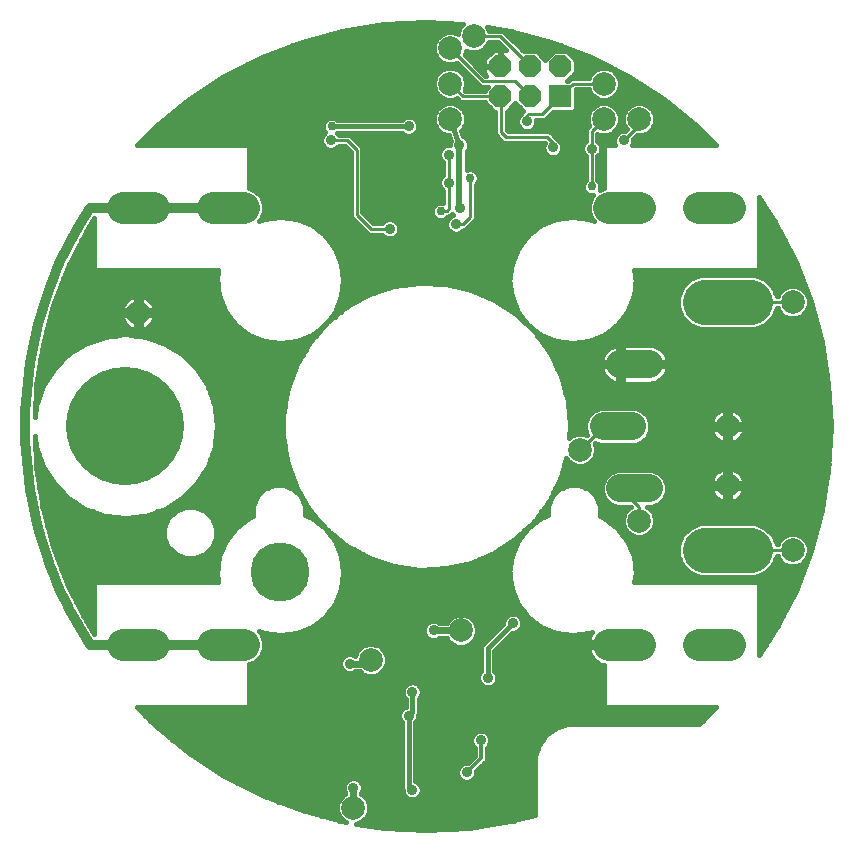
<source format=gbl>
G75*
%MOIN*%
%OFA0B0*%
%FSLAX24Y24*%
%IPPOS*%
%LPD*%
%AMOC8*
5,1,8,0,0,1.08239X$1,22.5*
%
%ADD10C,0.3937*%
%ADD11C,0.0945*%
%ADD12C,0.1502*%
%ADD13R,0.0740X0.0740*%
%ADD14OC8,0.0740*%
%ADD15C,0.1050*%
%ADD16C,0.0787*%
%ADD17C,0.1969*%
%ADD18C,0.0297*%
%ADD19C,0.0354*%
%ADD20C,0.0160*%
%ADD21C,0.0100*%
%ADD22C,0.0200*%
%ADD23C,0.0218*%
%ADD24C,0.0240*%
%ADD25C,0.0197*%
%ADD26C,0.0320*%
%ADD27C,0.0120*%
D10*
X003920Y013960D03*
D11*
X019865Y013960D02*
X020810Y013960D01*
X020420Y016026D02*
X021365Y016026D01*
X021365Y011893D02*
X020420Y011893D01*
D12*
X023248Y009826D02*
X024750Y009826D01*
X024750Y018093D02*
X023248Y018093D01*
D13*
X018424Y024956D03*
D14*
X018424Y025956D03*
X017424Y025956D03*
X016424Y025956D03*
X016424Y024956D03*
X017424Y024956D03*
D15*
X020035Y021243D02*
X021085Y021243D01*
X023035Y021243D02*
X024085Y021243D01*
X024085Y006676D02*
X023035Y006676D01*
X021085Y006676D02*
X020035Y006676D01*
X007885Y006676D02*
X006835Y006676D01*
X004885Y006676D02*
X003835Y006676D01*
X003835Y021243D02*
X004885Y021243D01*
X006835Y021243D02*
X007885Y021243D01*
D16*
X004353Y017739D03*
X014747Y024196D03*
X014747Y025377D03*
X014747Y026558D03*
X015534Y026952D03*
X019865Y025377D03*
X019865Y024196D03*
X021046Y024196D03*
X026164Y018093D03*
X023999Y013960D03*
X023999Y011991D03*
X026164Y009826D03*
X021046Y010810D03*
X019078Y013172D03*
X015101Y007149D03*
X012109Y006164D03*
X011519Y001243D03*
D17*
X009090Y009090D03*
D18*
X014432Y021125D03*
X015416Y022227D03*
X013814Y025239D03*
X014117Y027089D03*
X010802Y023956D03*
X018802Y023349D03*
X019471Y021952D03*
X021715Y024767D03*
D19*
X020534Y023487D03*
X019944Y023467D03*
X019471Y023211D03*
X018172Y023251D03*
X017306Y024117D03*
X016794Y024019D03*
X016794Y023113D03*
X015534Y023586D03*
X015062Y023330D03*
X014708Y023015D03*
X014708Y022070D03*
X015064Y021241D03*
X014944Y020692D03*
X014550Y020515D03*
X015141Y020121D03*
X013920Y019097D03*
X012739Y020534D03*
X012089Y019629D03*
X011381Y019235D03*
X011263Y020023D03*
X011479Y018389D03*
X009393Y015987D03*
X007956Y015889D03*
X007168Y015259D03*
X005475Y016952D03*
X006420Y018881D03*
X003487Y017956D03*
X002582Y019885D03*
X001400Y016420D03*
X001400Y011538D03*
X002503Y008428D03*
X006794Y012070D03*
X009215Y012227D03*
X011420Y009471D03*
X014196Y007149D03*
X012897Y005849D03*
X013487Y005101D03*
X013369Y004314D03*
X014393Y005377D03*
X016007Y005574D03*
X017050Y006794D03*
X016834Y007385D03*
X016007Y007345D03*
X015908Y009274D03*
X019078Y012286D03*
X020593Y013015D03*
X021774Y012660D03*
X021656Y014944D03*
X020790Y017149D03*
X021617Y018802D03*
X018428Y016243D03*
X018960Y014058D03*
X021086Y010023D03*
X022227Y009078D03*
X025278Y007306D03*
X025436Y008743D03*
X026853Y011282D03*
X027011Y015731D03*
X026105Y018960D03*
X019471Y026026D03*
X017109Y026853D03*
X015613Y026263D03*
X015416Y025318D03*
X015534Y024452D03*
X013369Y023960D03*
X013259Y023526D03*
X012774Y024436D03*
X012975Y025463D03*
X010991Y025719D03*
X010578Y026751D03*
X008834Y024747D03*
X007989Y024111D03*
X008924Y023015D03*
X009353Y022582D03*
X010771Y023487D03*
X010731Y024515D03*
X007897Y025672D03*
X006755Y024963D03*
X005731Y024255D03*
X013054Y021617D03*
X016361Y018428D03*
X016637Y019924D03*
X010554Y006400D03*
X011400Y006046D03*
X008763Y005652D03*
X005731Y003625D03*
X007778Y002306D03*
X011519Y001912D03*
X012188Y000849D03*
X013487Y001834D03*
X013723Y000810D03*
X015318Y000889D03*
X015298Y002424D03*
X015771Y003483D03*
X016066Y003881D03*
X017798Y005219D03*
X019570Y004235D03*
X021538Y004235D03*
X017247Y001243D03*
D20*
X013086Y004460D02*
X004437Y004460D01*
X004300Y004596D02*
X007993Y004596D01*
X008040Y004643D01*
X008040Y006020D01*
X008261Y006112D01*
X008448Y006299D01*
X008550Y006544D01*
X008550Y006808D01*
X008448Y007053D01*
X008374Y007127D01*
X008545Y007056D01*
X009090Y006985D01*
X009634Y007056D01*
X009634Y007056D01*
X010142Y007267D01*
X010578Y007601D01*
X010578Y007601D01*
X010578Y007601D01*
X010913Y008037D01*
X011123Y008545D01*
X011195Y009090D01*
X011123Y009634D01*
X011123Y009634D01*
X010913Y010142D01*
X010578Y010578D01*
X010578Y010578D01*
X010142Y010913D01*
X009899Y011013D01*
X009899Y011301D01*
X009769Y011617D01*
X009527Y011859D01*
X009211Y011989D01*
X008868Y011989D01*
X008552Y011859D01*
X008311Y011617D01*
X008180Y011301D01*
X008180Y010972D01*
X008037Y010913D01*
X008037Y010913D01*
X007601Y010578D01*
X007267Y010142D01*
X007267Y010142D01*
X007056Y009634D01*
X006985Y009090D01*
X007028Y008756D01*
X002926Y008756D01*
X002880Y008709D01*
X002880Y007021D01*
X002633Y007423D01*
X002012Y008642D01*
X001521Y009920D01*
X001167Y011241D01*
X000953Y012593D01*
X000898Y013641D01*
X000939Y013279D01*
X001165Y012633D01*
X001165Y012633D01*
X001530Y012053D01*
X002014Y011569D01*
X002593Y011205D01*
X002593Y011205D01*
X003240Y010978D01*
X003920Y010902D01*
X004601Y010978D01*
X005247Y011205D01*
X005827Y011569D01*
X006311Y012053D01*
X006675Y012633D01*
X006901Y013279D01*
X006901Y013279D01*
X006978Y013960D01*
X006901Y014640D01*
X006675Y015286D01*
X006675Y015286D01*
X006311Y015866D01*
X005827Y016350D01*
X005827Y016350D01*
X005247Y016714D01*
X005247Y016714D01*
X004601Y016941D01*
X004601Y016941D01*
X003920Y017017D01*
X003240Y016941D01*
X003240Y016941D01*
X002593Y016714D01*
X002014Y016350D01*
X002014Y016350D01*
X001530Y015866D01*
X001165Y015286D01*
X000939Y014640D01*
X000939Y014640D01*
X000898Y014278D01*
X000953Y015326D01*
X001167Y016678D01*
X001521Y017999D01*
X002012Y019277D01*
X002633Y020496D01*
X002880Y020898D01*
X002880Y019210D01*
X002926Y019163D01*
X007028Y019163D01*
X006985Y018830D01*
X007056Y018285D01*
X007267Y017777D01*
X007601Y017341D01*
X007601Y017341D01*
X007601Y017341D01*
X008037Y017007D01*
X008545Y016796D01*
X009090Y016725D01*
X009634Y016796D01*
X009634Y016796D01*
X010142Y017007D01*
X010578Y017341D01*
X010578Y017341D01*
X010578Y017341D01*
X010913Y017777D01*
X011123Y018285D01*
X011195Y018830D01*
X011123Y019374D01*
X011123Y019374D01*
X010913Y019882D01*
X010578Y020318D01*
X010578Y020318D01*
X010142Y020653D01*
X009634Y020863D01*
X009090Y020935D01*
X009090Y020935D01*
X008545Y020863D01*
X008374Y020792D01*
X008448Y020866D01*
X008550Y021111D01*
X008550Y021375D01*
X008448Y021620D01*
X008261Y021807D01*
X008040Y021899D01*
X008040Y023276D01*
X007993Y023323D01*
X004300Y023323D01*
X004947Y023969D01*
X006042Y024857D01*
X007225Y025624D01*
X008481Y026265D01*
X009797Y026770D01*
X011159Y027135D01*
X012552Y027355D01*
X013960Y027429D01*
X015192Y027364D01*
X015082Y027254D01*
X015001Y027058D01*
X015001Y027031D01*
X014853Y027092D01*
X014641Y027092D01*
X014445Y027010D01*
X014294Y026860D01*
X014213Y026664D01*
X014213Y026452D01*
X014294Y026256D01*
X014445Y026106D01*
X014641Y026024D01*
X014853Y026024D01*
X014965Y026071D01*
X015771Y025266D01*
X016013Y025266D01*
X015914Y025167D01*
X015914Y025146D01*
X015247Y025146D01*
X015234Y025158D01*
X015281Y025271D01*
X015281Y025483D01*
X015199Y025679D01*
X015049Y025829D01*
X014853Y025911D01*
X014641Y025911D01*
X014445Y025829D01*
X014294Y025679D01*
X014213Y025483D01*
X014213Y025271D01*
X014294Y025075D01*
X014445Y024924D01*
X014641Y024843D01*
X014853Y024843D01*
X014965Y024890D01*
X015089Y024766D01*
X015914Y024766D01*
X015914Y024744D01*
X016213Y024446D01*
X016250Y024446D01*
X016250Y023684D01*
X016361Y023573D01*
X016519Y023415D01*
X017897Y023415D01*
X017855Y023314D01*
X017855Y023188D01*
X017903Y023071D01*
X017992Y022982D01*
X018109Y022934D01*
X018235Y022934D01*
X018352Y022982D01*
X018441Y023071D01*
X018489Y023188D01*
X018489Y023314D01*
X018441Y023431D01*
X018352Y023520D01*
X018314Y023536D01*
X018165Y023684D01*
X018054Y023795D01*
X016676Y023795D01*
X016630Y023841D01*
X016630Y024446D01*
X016635Y024446D01*
X016924Y024734D01*
X017191Y024468D01*
X017155Y024432D01*
X017116Y024393D01*
X017116Y024376D01*
X017037Y024297D01*
X016989Y024180D01*
X016989Y024054D01*
X017037Y023937D01*
X017126Y023848D01*
X017243Y023800D01*
X017369Y023800D01*
X017486Y023848D01*
X017575Y023937D01*
X017623Y024054D01*
X017623Y024163D01*
X017900Y024163D01*
X018183Y024446D01*
X018852Y024446D01*
X018934Y024528D01*
X018934Y025187D01*
X019366Y025187D01*
X019413Y025075D01*
X019563Y024924D01*
X019759Y024843D01*
X019971Y024843D01*
X020167Y024924D01*
X020317Y025075D01*
X020399Y025271D01*
X020399Y025483D01*
X020317Y025679D01*
X020167Y025829D01*
X019971Y025911D01*
X019759Y025911D01*
X019563Y025829D01*
X019413Y025679D01*
X019366Y025567D01*
X018767Y025567D01*
X018665Y025466D01*
X018655Y025466D01*
X018934Y025744D01*
X018934Y026167D01*
X018635Y026466D01*
X018213Y026466D01*
X017924Y026177D01*
X017635Y026466D01*
X017213Y026466D01*
X017198Y026451D01*
X016507Y027142D01*
X016033Y027142D01*
X015987Y027254D01*
X015983Y027258D01*
X016760Y027135D01*
X018122Y026770D01*
X019438Y026265D01*
X020694Y025624D01*
X021877Y024857D01*
X022972Y023969D01*
X023619Y023323D01*
X020810Y023323D01*
X020851Y023424D01*
X020851Y023536D01*
X020978Y023662D01*
X021152Y023662D01*
X021348Y023743D01*
X021499Y023893D01*
X021580Y024090D01*
X021580Y024302D01*
X021499Y024498D01*
X021348Y024648D01*
X021152Y024729D01*
X020940Y024729D01*
X020744Y024648D01*
X020594Y024498D01*
X020512Y024302D01*
X020512Y024090D01*
X020594Y023893D01*
X020633Y023854D01*
X020583Y023804D01*
X020471Y023804D01*
X020355Y023756D01*
X020265Y023667D01*
X020217Y023550D01*
X020217Y023424D01*
X020259Y023323D01*
X019926Y023323D01*
X019880Y023276D01*
X019880Y021899D01*
X019737Y021840D01*
X019760Y021894D01*
X019760Y022009D01*
X019716Y022115D01*
X019661Y022170D01*
X019661Y022953D01*
X019740Y023032D01*
X019789Y023148D01*
X019789Y023275D01*
X019740Y023391D01*
X019661Y023470D01*
X019661Y023702D01*
X019759Y023662D01*
X019971Y023662D01*
X020167Y023743D01*
X020317Y023893D01*
X020399Y024090D01*
X020399Y024302D01*
X020317Y024498D01*
X020167Y024648D01*
X019971Y024729D01*
X019759Y024729D01*
X019563Y024648D01*
X019413Y024498D01*
X019331Y024302D01*
X019331Y024090D01*
X019378Y023977D01*
X019281Y023881D01*
X019281Y023470D01*
X019202Y023391D01*
X019154Y023275D01*
X019154Y023148D01*
X019202Y023032D01*
X019281Y022953D01*
X019281Y022170D01*
X019227Y022115D01*
X019183Y022009D01*
X019183Y021894D01*
X019227Y021788D01*
X019308Y021707D01*
X019414Y021663D01*
X019514Y021663D01*
X019471Y021620D01*
X019370Y021375D01*
X019370Y021111D01*
X019471Y020866D01*
X019545Y020792D01*
X019374Y020863D01*
X018830Y020935D01*
X018830Y020935D01*
X018285Y020863D01*
X018285Y020863D01*
X017777Y020653D01*
X017341Y020318D01*
X017007Y019882D01*
X016796Y019374D01*
X016725Y018830D01*
X016796Y018285D01*
X017007Y017777D01*
X017341Y017341D01*
X017341Y017341D01*
X017341Y017341D01*
X017777Y017007D01*
X018285Y016796D01*
X018830Y016725D01*
X019374Y016796D01*
X019374Y016796D01*
X019882Y017007D01*
X020318Y017341D01*
X020318Y017341D01*
X020318Y017341D01*
X020653Y017777D01*
X020863Y018285D01*
X020935Y018830D01*
X020891Y019163D01*
X024993Y019163D01*
X025040Y019210D01*
X025040Y021595D01*
X025624Y020694D01*
X026265Y019438D01*
X026770Y018122D01*
X027135Y016760D01*
X027355Y015367D01*
X027429Y013960D01*
X027355Y012552D01*
X027135Y011159D01*
X026770Y009797D01*
X026265Y008481D01*
X025624Y007225D01*
X025040Y006324D01*
X025040Y008709D01*
X024993Y008756D01*
X020891Y008756D01*
X020935Y009090D01*
X020863Y009634D01*
X020863Y009634D01*
X020653Y010142D01*
X020318Y010578D01*
X020318Y010578D01*
X020318Y010578D01*
X019882Y010913D01*
X019739Y010972D01*
X019739Y011301D01*
X019609Y011617D01*
X019367Y011859D01*
X019051Y011989D01*
X018708Y011989D01*
X018392Y011859D01*
X018151Y011617D01*
X018020Y011301D01*
X018020Y011013D01*
X017777Y010913D01*
X017341Y010578D01*
X017007Y010142D01*
X016796Y009634D01*
X016725Y009090D01*
X016796Y008545D01*
X017007Y008037D01*
X017341Y007601D01*
X017341Y007601D01*
X017777Y007267D01*
X018285Y007056D01*
X018830Y006985D01*
X019374Y007056D01*
X019467Y007095D01*
X019447Y007069D01*
X019401Y006989D01*
X019366Y006903D01*
X019342Y006814D01*
X019334Y006756D01*
X019880Y006756D01*
X019880Y006596D01*
X019334Y006596D01*
X019342Y006538D01*
X019366Y006449D01*
X019401Y006364D01*
X019447Y006284D01*
X019503Y006210D01*
X019569Y006145D01*
X019642Y006089D01*
X019722Y006042D01*
X019807Y006007D01*
X019880Y005988D01*
X019880Y004643D01*
X019926Y004596D01*
X023619Y004596D01*
X023056Y004033D01*
X018676Y004033D01*
X018286Y003907D01*
X017954Y003666D01*
X017954Y003666D01*
X017954Y003666D01*
X017713Y003334D01*
X017587Y002944D01*
X017587Y001006D01*
X016760Y000784D01*
X015367Y000564D01*
X013960Y000490D01*
X012552Y000564D01*
X011627Y000710D01*
X011821Y000791D01*
X011971Y000941D01*
X012052Y001137D01*
X012052Y001349D01*
X011971Y001545D01*
X011821Y001695D01*
X011779Y001713D01*
X011779Y001724D01*
X011787Y001733D01*
X011836Y001849D01*
X011836Y001975D01*
X011787Y002092D01*
X011698Y002181D01*
X011582Y002229D01*
X011455Y002229D01*
X011339Y002181D01*
X011250Y002092D01*
X011201Y001975D01*
X011201Y001849D01*
X011250Y001733D01*
X011259Y001724D01*
X011259Y001713D01*
X011216Y001695D01*
X011066Y001545D01*
X010985Y001349D01*
X010985Y001137D01*
X011066Y000941D01*
X011216Y000791D01*
X011276Y000766D01*
X011159Y000784D01*
X009797Y001149D01*
X008481Y001655D01*
X007225Y002295D01*
X006042Y003062D01*
X004947Y003950D01*
X004300Y004596D01*
X004595Y004301D02*
X013052Y004301D01*
X013052Y004251D02*
X013100Y004134D01*
X013149Y004085D01*
X013149Y001861D01*
X013170Y001840D01*
X013170Y001770D01*
X013218Y001654D01*
X013307Y001565D01*
X013424Y001516D01*
X013550Y001516D01*
X013667Y001565D01*
X013756Y001654D01*
X013804Y001770D01*
X013804Y001897D01*
X013756Y002013D01*
X013667Y002102D01*
X013589Y002135D01*
X013589Y004085D01*
X013638Y004134D01*
X013686Y004251D01*
X013686Y004320D01*
X013707Y004341D01*
X013707Y004873D01*
X013756Y004922D01*
X013804Y005038D01*
X013804Y005164D01*
X013756Y005281D01*
X013667Y005370D01*
X013550Y005418D01*
X013424Y005418D01*
X013307Y005370D01*
X013218Y005281D01*
X013170Y005164D01*
X013170Y005038D01*
X013218Y004922D01*
X013267Y004873D01*
X013267Y004615D01*
X013189Y004583D01*
X013100Y004494D01*
X013052Y004377D01*
X013052Y004251D01*
X013097Y004143D02*
X004754Y004143D01*
X004912Y003984D02*
X013149Y003984D01*
X013149Y003826D02*
X005100Y003826D01*
X005296Y003667D02*
X013149Y003667D01*
X013149Y003509D02*
X005492Y003509D01*
X005687Y003350D02*
X013149Y003350D01*
X013149Y003192D02*
X005883Y003192D01*
X006088Y003033D02*
X013149Y003033D01*
X013149Y002875D02*
X006332Y002875D01*
X006576Y002716D02*
X013149Y002716D01*
X013149Y002558D02*
X006820Y002558D01*
X007064Y002399D02*
X013149Y002399D01*
X013149Y002241D02*
X007331Y002241D01*
X007642Y002082D02*
X011246Y002082D01*
X011201Y001924D02*
X007953Y001924D01*
X008264Y001765D02*
X011236Y001765D01*
X011127Y001607D02*
X008606Y001607D01*
X009019Y001448D02*
X011026Y001448D01*
X010985Y001290D02*
X009432Y001290D01*
X009865Y001131D02*
X010987Y001131D01*
X011053Y000973D02*
X010457Y000973D01*
X011048Y000814D02*
X011193Y000814D01*
X011844Y000814D02*
X016871Y000814D01*
X017462Y000973D02*
X011984Y000973D01*
X012050Y001131D02*
X017587Y001131D01*
X017587Y001290D02*
X012052Y001290D01*
X012011Y001448D02*
X017587Y001448D01*
X017587Y001607D02*
X013709Y001607D01*
X013802Y001765D02*
X017587Y001765D01*
X017587Y001924D02*
X013793Y001924D01*
X013687Y002082D02*
X017587Y002082D01*
X017587Y002241D02*
X015563Y002241D01*
X015567Y002244D02*
X015615Y002361D01*
X015615Y002458D01*
X015971Y002814D01*
X015971Y003235D01*
X016039Y003303D01*
X016088Y003420D01*
X016088Y003546D01*
X016039Y003663D01*
X015950Y003752D01*
X015834Y003800D01*
X015707Y003800D01*
X015591Y003752D01*
X015502Y003663D01*
X015453Y003546D01*
X015453Y003420D01*
X015502Y003303D01*
X015571Y003235D01*
X015571Y002979D01*
X015332Y002741D01*
X015235Y002741D01*
X015118Y002693D01*
X015029Y002604D01*
X014981Y002487D01*
X014981Y002361D01*
X015029Y002244D01*
X015118Y002155D01*
X015235Y002107D01*
X015361Y002107D01*
X015478Y002155D01*
X015567Y002244D01*
X015615Y002399D02*
X017587Y002399D01*
X017587Y002558D02*
X015714Y002558D01*
X015873Y002716D02*
X017587Y002716D01*
X017587Y002875D02*
X015971Y002875D01*
X015971Y003033D02*
X017615Y003033D01*
X017667Y003192D02*
X015971Y003192D01*
X016059Y003350D02*
X017725Y003350D01*
X017713Y003334D02*
X017713Y003334D01*
X017840Y003509D02*
X016088Y003509D01*
X016035Y003667D02*
X017956Y003667D01*
X018174Y003826D02*
X013589Y003826D01*
X013589Y003984D02*
X018524Y003984D01*
X018286Y003907D02*
X018286Y003907D01*
X019904Y004618D02*
X013707Y004618D01*
X013707Y004460D02*
X023482Y004460D01*
X023324Y004301D02*
X013686Y004301D01*
X013641Y004143D02*
X023165Y004143D01*
X025040Y006362D02*
X025064Y006362D01*
X025040Y006520D02*
X025167Y006520D01*
X025270Y006679D02*
X025040Y006679D01*
X025040Y006837D02*
X025373Y006837D01*
X025476Y006996D02*
X025040Y006996D01*
X025040Y007154D02*
X025579Y007154D01*
X025669Y007313D02*
X025040Y007313D01*
X025040Y007471D02*
X025750Y007471D01*
X025831Y007630D02*
X025040Y007630D01*
X025040Y007788D02*
X025911Y007788D01*
X025992Y007947D02*
X025040Y007947D01*
X025040Y008105D02*
X026073Y008105D01*
X026154Y008264D02*
X025040Y008264D01*
X025040Y008422D02*
X026235Y008422D01*
X026303Y008581D02*
X025040Y008581D01*
X025010Y008739D02*
X026364Y008739D01*
X026424Y008898D02*
X020909Y008898D01*
X020930Y009056D02*
X022777Y009056D01*
X022743Y009070D02*
X023070Y008934D01*
X024927Y008934D01*
X025255Y009070D01*
X025506Y009321D01*
X025636Y009636D01*
X025665Y009636D01*
X025712Y009523D01*
X025862Y009373D01*
X026058Y009292D01*
X026270Y009292D01*
X026467Y009373D01*
X026617Y009523D01*
X026698Y009720D01*
X026698Y009932D01*
X026617Y010128D01*
X026467Y010278D01*
X026270Y010359D01*
X026058Y010359D01*
X025862Y010278D01*
X025712Y010128D01*
X025665Y010016D01*
X025636Y010016D01*
X025506Y010330D01*
X025255Y010581D01*
X024927Y010717D01*
X023070Y010717D01*
X022743Y010581D01*
X022492Y010330D01*
X022357Y010003D01*
X022357Y009648D01*
X022492Y009321D01*
X022743Y009070D01*
X022599Y009215D02*
X020918Y009215D01*
X020897Y009373D02*
X022471Y009373D01*
X022405Y009532D02*
X020876Y009532D01*
X020840Y009690D02*
X022357Y009690D01*
X022357Y009849D02*
X020774Y009849D01*
X020708Y010007D02*
X022358Y010007D01*
X022424Y010166D02*
X020634Y010166D01*
X020653Y010142D02*
X020653Y010142D01*
X020513Y010324D02*
X020825Y010324D01*
X020744Y010357D02*
X020594Y010508D01*
X020512Y010704D01*
X020512Y010916D01*
X020594Y011112D01*
X020744Y011262D01*
X020771Y011273D01*
X020764Y011280D01*
X020298Y011280D01*
X020073Y011373D01*
X019901Y011546D01*
X019808Y011771D01*
X019808Y012014D01*
X019901Y012240D01*
X020073Y012412D01*
X020298Y012505D01*
X021487Y012505D01*
X021712Y012412D01*
X021884Y012240D01*
X021977Y012014D01*
X021977Y011771D01*
X021884Y011546D01*
X021712Y011373D01*
X021487Y011280D01*
X021306Y011280D01*
X021348Y011262D01*
X021499Y011112D01*
X021580Y010916D01*
X021580Y010704D01*
X021499Y010508D01*
X021348Y010357D01*
X021152Y010276D01*
X020940Y010276D01*
X020744Y010357D01*
X020619Y010483D02*
X020391Y010483D01*
X020538Y010641D02*
X020236Y010641D01*
X020029Y010800D02*
X020512Y010800D01*
X020530Y010958D02*
X019772Y010958D01*
X019882Y010913D02*
X019882Y010913D01*
X019739Y011117D02*
X020598Y011117D01*
X020769Y011275D02*
X019739Y011275D01*
X019684Y011434D02*
X020013Y011434D01*
X019882Y011592D02*
X019619Y011592D01*
X019475Y011751D02*
X019816Y011751D01*
X019808Y011909D02*
X019245Y011909D01*
X019830Y012068D02*
X018338Y012068D01*
X018414Y012226D02*
X019895Y012226D01*
X020046Y012385D02*
X018469Y012385D01*
X018439Y012278D02*
X018612Y012902D01*
X018625Y012870D01*
X018775Y012720D01*
X018971Y012638D01*
X019184Y012638D01*
X019380Y012720D01*
X019530Y012870D01*
X019611Y013066D01*
X019611Y013278D01*
X019565Y013391D01*
X019586Y013412D01*
X019743Y013347D01*
X020932Y013347D01*
X021157Y013440D01*
X021329Y013613D01*
X021422Y013838D01*
X021422Y014081D01*
X021329Y014306D01*
X021157Y014479D01*
X020932Y014572D01*
X019743Y014572D01*
X019518Y014479D01*
X019346Y014306D01*
X019253Y014081D01*
X019253Y013838D01*
X019318Y013681D01*
X019296Y013659D01*
X019184Y013706D01*
X018971Y013706D01*
X018775Y013625D01*
X018708Y013558D01*
X018745Y013960D01*
X018668Y014814D01*
X018439Y015641D01*
X018067Y016414D01*
X017563Y017108D01*
X016943Y017701D01*
X016227Y018173D01*
X015438Y018510D01*
X014602Y018701D01*
X013745Y018740D01*
X012895Y018625D01*
X012079Y018359D01*
X012079Y018359D01*
X011323Y017953D01*
X010653Y017418D01*
X010088Y016772D01*
X009648Y016036D01*
X009648Y016036D01*
X009347Y015233D01*
X009347Y015233D01*
X009194Y014388D01*
X009194Y013531D01*
X009347Y012687D01*
X009347Y012687D01*
X009648Y011883D01*
X010088Y011147D01*
X010653Y010501D01*
X011323Y009966D01*
X011323Y009966D01*
X012079Y009560D01*
X012895Y009294D01*
X013745Y009179D01*
X014602Y009218D01*
X015438Y009409D01*
X015438Y009409D01*
X016227Y009746D01*
X016943Y010218D01*
X017563Y010811D01*
X017563Y010811D01*
X018067Y011505D01*
X018439Y012278D01*
X018439Y012278D01*
X018512Y012543D02*
X023841Y012543D01*
X023865Y012551D02*
X023779Y012523D01*
X023698Y012482D01*
X023625Y012429D01*
X023561Y012365D01*
X023508Y012292D01*
X023467Y012211D01*
X023439Y012125D01*
X023431Y012071D01*
X023919Y012071D01*
X023919Y012559D01*
X023865Y012551D01*
X023919Y012543D02*
X024079Y012543D01*
X024079Y012559D02*
X024079Y012071D01*
X024567Y012071D01*
X024558Y012125D01*
X024531Y012211D01*
X024490Y012292D01*
X024436Y012365D01*
X024373Y012429D01*
X024300Y012482D01*
X024219Y012523D01*
X024133Y012551D01*
X024079Y012559D01*
X024157Y012543D02*
X027354Y012543D01*
X027355Y012552D02*
X027355Y012552D01*
X027363Y012702D02*
X019336Y012702D01*
X019520Y012860D02*
X027371Y012860D01*
X027380Y013019D02*
X019592Y013019D01*
X019611Y013177D02*
X027388Y013177D01*
X027396Y013336D02*
X019588Y013336D01*
X019264Y013811D02*
X018731Y013811D01*
X018744Y013970D02*
X019253Y013970D01*
X019272Y014128D02*
X018729Y014128D01*
X018715Y014287D02*
X019338Y014287D01*
X019484Y014445D02*
X018701Y014445D01*
X018687Y014604D02*
X027395Y014604D01*
X027387Y014762D02*
X018672Y014762D01*
X018668Y014814D02*
X018668Y014814D01*
X018638Y014921D02*
X027379Y014921D01*
X027370Y015079D02*
X018594Y015079D01*
X018551Y015238D02*
X027362Y015238D01*
X027351Y015396D02*
X021533Y015396D01*
X021493Y015385D02*
X021575Y015407D01*
X021654Y015440D01*
X021728Y015483D01*
X021796Y015535D01*
X021857Y015595D01*
X021909Y015663D01*
X021951Y015737D01*
X021984Y015816D01*
X022006Y015899D01*
X022013Y015949D01*
X020498Y015949D01*
X020498Y016104D01*
X022013Y016104D01*
X022006Y016154D01*
X021984Y016237D01*
X021951Y016316D01*
X021909Y016390D01*
X021857Y016458D01*
X021796Y016518D01*
X021728Y016570D01*
X021654Y016613D01*
X021575Y016646D01*
X021493Y016668D01*
X021408Y016679D01*
X020498Y016679D01*
X020498Y016104D01*
X020343Y016104D01*
X020343Y016674D01*
X020293Y016668D01*
X020210Y016646D01*
X020131Y016613D01*
X020057Y016570D01*
X019989Y016518D01*
X019929Y016458D01*
X019877Y016390D01*
X019834Y016316D01*
X019801Y016237D01*
X019779Y016154D01*
X019772Y016104D01*
X020343Y016104D01*
X020343Y015949D01*
X020498Y015949D01*
X020498Y015374D01*
X021408Y015374D01*
X021493Y015385D01*
X021816Y015555D02*
X027326Y015555D01*
X027301Y015713D02*
X021937Y015713D01*
X021999Y015872D02*
X027275Y015872D01*
X027250Y016030D02*
X020498Y016030D01*
X020343Y016030D02*
X018252Y016030D01*
X018328Y015872D02*
X019786Y015872D01*
X019779Y015899D02*
X019801Y015816D01*
X019834Y015737D01*
X019877Y015663D01*
X019929Y015595D01*
X019989Y015535D01*
X020057Y015483D01*
X020131Y015440D01*
X020210Y015407D01*
X020293Y015385D01*
X020343Y015379D01*
X020343Y015949D01*
X019772Y015949D01*
X019779Y015899D01*
X019848Y015713D02*
X018405Y015713D01*
X018439Y015641D02*
X018439Y015641D01*
X018463Y015555D02*
X019969Y015555D01*
X020252Y015396D02*
X018507Y015396D01*
X018176Y016189D02*
X019788Y016189D01*
X019852Y016347D02*
X018099Y016347D01*
X018067Y016414D02*
X018067Y016414D01*
X018001Y016506D02*
X019977Y016506D01*
X020279Y016664D02*
X017885Y016664D01*
X017770Y016823D02*
X018221Y016823D01*
X018285Y016796D02*
X018285Y016796D01*
X017839Y016981D02*
X017655Y016981D01*
X017777Y017007D02*
X017777Y017007D01*
X017604Y017140D02*
X017530Y017140D01*
X017563Y017108D02*
X017563Y017108D01*
X017397Y017298D02*
X017364Y017298D01*
X017252Y017457D02*
X017198Y017457D01*
X017131Y017615D02*
X017032Y017615D01*
X017009Y017774D02*
X016832Y017774D01*
X017007Y017777D02*
X017007Y017777D01*
X016942Y017932D02*
X016592Y017932D01*
X016352Y018091D02*
X016877Y018091D01*
X016811Y018249D02*
X016050Y018249D01*
X015679Y018408D02*
X016780Y018408D01*
X016796Y018285D02*
X016796Y018285D01*
X016759Y018566D02*
X015194Y018566D01*
X014083Y018725D02*
X016738Y018725D01*
X016725Y018830D02*
X016725Y018830D01*
X016732Y018883D02*
X011187Y018883D01*
X011181Y018725D02*
X013633Y018725D01*
X013745Y018740D02*
X013745Y018740D01*
X012895Y018625D02*
X012895Y018625D01*
X012715Y018566D02*
X011160Y018566D01*
X011139Y018408D02*
X012227Y018408D01*
X011874Y018249D02*
X011108Y018249D01*
X011123Y018285D02*
X011123Y018285D01*
X011042Y018091D02*
X011579Y018091D01*
X011323Y017953D02*
X011323Y017953D01*
X011297Y017932D02*
X010977Y017932D01*
X010913Y017777D02*
X010913Y017777D01*
X010910Y017774D02*
X011098Y017774D01*
X010900Y017615D02*
X010788Y017615D01*
X010701Y017457D02*
X010667Y017457D01*
X010653Y017418D02*
X010653Y017418D01*
X010653Y017418D01*
X010548Y017298D02*
X010522Y017298D01*
X010409Y017140D02*
X010315Y017140D01*
X010271Y016981D02*
X010080Y016981D01*
X010142Y017007D02*
X010142Y017007D01*
X010132Y016823D02*
X009698Y016823D01*
X010024Y016664D02*
X005327Y016664D01*
X005579Y016506D02*
X009929Y016506D01*
X009834Y016347D02*
X005830Y016347D01*
X005988Y016189D02*
X009740Y016189D01*
X009646Y016030D02*
X006147Y016030D01*
X006305Y015872D02*
X009587Y015872D01*
X009527Y015713D02*
X006407Y015713D01*
X006311Y015866D02*
X006311Y015866D01*
X006507Y015555D02*
X009468Y015555D01*
X009408Y015396D02*
X006606Y015396D01*
X006692Y015238D02*
X009349Y015238D01*
X009319Y015079D02*
X006748Y015079D01*
X006803Y014921D02*
X009290Y014921D01*
X009262Y014762D02*
X006859Y014762D01*
X006901Y014640D02*
X006901Y014640D01*
X006905Y014604D02*
X009233Y014604D01*
X009204Y014445D02*
X006923Y014445D01*
X006941Y014287D02*
X009194Y014287D01*
X009194Y014128D02*
X006959Y014128D01*
X006977Y013970D02*
X009194Y013970D01*
X009194Y013811D02*
X006961Y013811D01*
X006943Y013653D02*
X009194Y013653D01*
X009200Y013494D02*
X006925Y013494D01*
X006908Y013336D02*
X009229Y013336D01*
X009258Y013177D02*
X006866Y013177D01*
X006810Y013019D02*
X009287Y013019D01*
X009315Y012860D02*
X006755Y012860D01*
X006699Y012702D02*
X009344Y012702D01*
X009401Y012543D02*
X006619Y012543D01*
X006519Y012385D02*
X009460Y012385D01*
X009520Y012226D02*
X006419Y012226D01*
X006320Y012068D02*
X009579Y012068D01*
X009639Y011909D02*
X009405Y011909D01*
X009648Y011883D02*
X009648Y011883D01*
X009635Y011751D02*
X009728Y011751D01*
X009779Y011592D02*
X009822Y011592D01*
X009844Y011434D02*
X009917Y011434D01*
X009899Y011275D02*
X010012Y011275D01*
X010088Y011147D02*
X010088Y011147D01*
X010115Y011117D02*
X009899Y011117D01*
X010032Y010958D02*
X010253Y010958D01*
X010142Y010913D02*
X010142Y010913D01*
X010289Y010800D02*
X010392Y010800D01*
X010496Y010641D02*
X010530Y010641D01*
X010653Y010501D02*
X010653Y010501D01*
X010651Y010483D02*
X010676Y010483D01*
X010773Y010324D02*
X010875Y010324D01*
X010894Y010166D02*
X011073Y010166D01*
X010913Y010142D02*
X010913Y010142D01*
X010968Y010007D02*
X011272Y010007D01*
X011034Y009849D02*
X011542Y009849D01*
X011837Y009690D02*
X011100Y009690D01*
X011136Y009532D02*
X012165Y009532D01*
X012079Y009560D02*
X012079Y009560D01*
X012653Y009373D02*
X011157Y009373D01*
X011178Y009215D02*
X013485Y009215D01*
X013745Y009179D02*
X013745Y009179D01*
X014528Y009215D02*
X016741Y009215D01*
X016725Y009090D02*
X016725Y009090D01*
X016729Y009056D02*
X011190Y009056D01*
X011169Y008898D02*
X016750Y008898D01*
X016771Y008739D02*
X011148Y008739D01*
X011128Y008581D02*
X016792Y008581D01*
X016796Y008545D02*
X016796Y008545D01*
X016847Y008422D02*
X011072Y008422D01*
X011123Y008545D02*
X011123Y008545D01*
X011006Y008264D02*
X016913Y008264D01*
X016978Y008105D02*
X010941Y008105D01*
X010913Y008037D02*
X010913Y008037D01*
X010843Y007947D02*
X017076Y007947D01*
X017007Y008037D02*
X017007Y008037D01*
X017198Y007788D02*
X010721Y007788D01*
X010600Y007630D02*
X014868Y007630D01*
X014799Y007601D02*
X014649Y007451D01*
X014631Y007409D01*
X014384Y007409D01*
X014375Y007417D01*
X014259Y007466D01*
X014133Y007466D01*
X014016Y007417D01*
X013927Y007328D01*
X013879Y007212D01*
X013879Y007085D01*
X013927Y006969D01*
X014016Y006880D01*
X014133Y006831D01*
X014259Y006831D01*
X014375Y006880D01*
X014384Y006889D01*
X014631Y006889D01*
X014649Y006846D01*
X014799Y006696D01*
X014995Y006615D01*
X015207Y006615D01*
X015404Y006696D01*
X015554Y006846D01*
X015635Y007042D01*
X015635Y007255D01*
X015554Y007451D01*
X015404Y007601D01*
X015207Y007682D01*
X014995Y007682D01*
X014799Y007601D01*
X014669Y007471D02*
X010408Y007471D01*
X010202Y007313D02*
X013920Y007313D01*
X013879Y007154D02*
X009870Y007154D01*
X010142Y007267D02*
X010142Y007267D01*
X009173Y006996D02*
X013916Y006996D01*
X014119Y006837D02*
X008538Y006837D01*
X008550Y006679D02*
X011956Y006679D01*
X012003Y006698D02*
X011807Y006617D01*
X011657Y006467D01*
X011590Y006306D01*
X011589Y006306D01*
X011580Y006315D01*
X011464Y006363D01*
X011337Y006363D01*
X011221Y006315D01*
X011132Y006226D01*
X011083Y006109D01*
X011083Y005983D01*
X011132Y005866D01*
X011221Y005777D01*
X011337Y005729D01*
X011464Y005729D01*
X011580Y005777D01*
X011589Y005786D01*
X011732Y005786D01*
X011807Y005712D01*
X012003Y005631D01*
X012215Y005631D01*
X012411Y005712D01*
X012562Y005862D01*
X012643Y006058D01*
X012643Y006270D01*
X012562Y006467D01*
X012411Y006617D01*
X012215Y006698D01*
X012003Y006698D01*
X012262Y006679D02*
X014841Y006679D01*
X014658Y006837D02*
X014273Y006837D01*
X015361Y006679D02*
X015816Y006679D01*
X015787Y006649D02*
X015787Y005802D01*
X015738Y005753D01*
X015690Y005637D01*
X015690Y005511D01*
X015738Y005394D01*
X015827Y005305D01*
X015944Y005257D01*
X016070Y005257D01*
X016186Y005305D01*
X016276Y005394D01*
X016324Y005511D01*
X016324Y005637D01*
X016276Y005753D01*
X016227Y005802D01*
X016227Y006467D01*
X016828Y007068D01*
X016897Y007068D01*
X017013Y007116D01*
X017102Y007205D01*
X017151Y007322D01*
X017151Y007448D01*
X017102Y007564D01*
X017013Y007654D01*
X016897Y007702D01*
X016770Y007702D01*
X016654Y007654D01*
X016565Y007564D01*
X016516Y007448D01*
X016516Y007379D01*
X015916Y006778D01*
X015787Y006649D01*
X015787Y006520D02*
X012508Y006520D01*
X012605Y006362D02*
X015787Y006362D01*
X015787Y006203D02*
X012643Y006203D01*
X012637Y006045D02*
X015787Y006045D01*
X015787Y005886D02*
X012572Y005886D01*
X012427Y005728D02*
X015727Y005728D01*
X015690Y005569D02*
X008040Y005569D01*
X008040Y005411D02*
X013405Y005411D01*
X013569Y005411D02*
X015731Y005411D01*
X016007Y005574D02*
X016007Y006558D01*
X016834Y007385D01*
X017051Y007154D02*
X018049Y007154D01*
X018285Y007056D02*
X018285Y007056D01*
X018746Y006996D02*
X016755Y006996D01*
X016597Y006837D02*
X019348Y006837D01*
X019405Y006996D02*
X018913Y006996D01*
X018830Y006985D02*
X018830Y006985D01*
X019346Y006520D02*
X016280Y006520D01*
X016227Y006362D02*
X019402Y006362D01*
X019511Y006203D02*
X016227Y006203D01*
X016227Y006045D02*
X019718Y006045D01*
X019880Y005886D02*
X016227Y005886D01*
X016286Y005728D02*
X019880Y005728D01*
X019880Y005569D02*
X016324Y005569D01*
X016282Y005411D02*
X019880Y005411D01*
X019880Y005252D02*
X013768Y005252D01*
X013804Y005094D02*
X019880Y005094D01*
X019880Y004935D02*
X013762Y004935D01*
X013707Y004777D02*
X019880Y004777D01*
X019880Y006679D02*
X016438Y006679D01*
X016133Y006996D02*
X015616Y006996D01*
X015635Y007154D02*
X016292Y007154D01*
X016450Y007313D02*
X015611Y007313D01*
X015534Y007471D02*
X016526Y007471D01*
X016630Y007630D02*
X015335Y007630D01*
X015545Y006837D02*
X015975Y006837D01*
X017147Y007313D02*
X017717Y007313D01*
X017777Y007267D02*
X017777Y007267D01*
X017511Y007471D02*
X017141Y007471D01*
X017037Y007630D02*
X017319Y007630D01*
X016762Y009373D02*
X015282Y009373D01*
X015725Y009532D02*
X016783Y009532D01*
X016796Y009634D02*
X016796Y009634D01*
X016819Y009690D02*
X016096Y009690D01*
X016227Y009746D02*
X016227Y009746D01*
X016382Y009849D02*
X016885Y009849D01*
X016951Y010007D02*
X016623Y010007D01*
X016863Y010166D02*
X017025Y010166D01*
X017007Y010142D02*
X017007Y010142D01*
X016943Y010218D02*
X016943Y010218D01*
X017053Y010324D02*
X017146Y010324D01*
X017219Y010483D02*
X017268Y010483D01*
X017341Y010578D02*
X017341Y010578D01*
X017341Y010578D01*
X017385Y010641D02*
X017423Y010641D01*
X017551Y010800D02*
X017630Y010800D01*
X017670Y010958D02*
X017887Y010958D01*
X017777Y010913D02*
X017777Y010913D01*
X017785Y011117D02*
X018020Y011117D01*
X018020Y011275D02*
X017900Y011275D01*
X018015Y011434D02*
X018075Y011434D01*
X018067Y011505D02*
X018067Y011505D01*
X018109Y011592D02*
X018140Y011592D01*
X018185Y011751D02*
X018284Y011751D01*
X018262Y011909D02*
X018514Y011909D01*
X018556Y012702D02*
X018819Y012702D01*
X018635Y012860D02*
X018600Y012860D01*
X018717Y013653D02*
X018843Y013653D01*
X020343Y015396D02*
X020498Y015396D01*
X020498Y015555D02*
X020343Y015555D01*
X020343Y015713D02*
X020498Y015713D01*
X020498Y015872D02*
X020343Y015872D01*
X020343Y016189D02*
X020498Y016189D01*
X020498Y016347D02*
X020343Y016347D01*
X020343Y016506D02*
X020498Y016506D01*
X020498Y016664D02*
X020343Y016664D01*
X020055Y017140D02*
X027033Y017140D01*
X026991Y017298D02*
X025159Y017298D01*
X025255Y017338D02*
X025506Y017589D01*
X025636Y017903D01*
X025665Y017903D01*
X025712Y017791D01*
X025862Y017641D01*
X026058Y017560D01*
X026270Y017560D01*
X026467Y017641D01*
X026617Y017791D01*
X026698Y017987D01*
X026698Y018200D01*
X026617Y018396D01*
X026467Y018546D01*
X026270Y018627D01*
X026058Y018627D01*
X025862Y018546D01*
X025712Y018396D01*
X025665Y018283D01*
X025636Y018283D01*
X025506Y018598D01*
X025255Y018849D01*
X024927Y018985D01*
X023070Y018985D01*
X022743Y018849D01*
X022492Y018598D01*
X022357Y018271D01*
X022357Y017916D01*
X022492Y017589D01*
X022743Y017338D01*
X023070Y017202D01*
X024927Y017202D01*
X025255Y017338D01*
X025374Y017457D02*
X026948Y017457D01*
X026906Y017615D02*
X026404Y017615D01*
X026599Y017774D02*
X026863Y017774D01*
X026821Y017932D02*
X026675Y017932D01*
X026698Y018091D02*
X026778Y018091D01*
X026721Y018249D02*
X026677Y018249D01*
X026660Y018408D02*
X026605Y018408D01*
X026599Y018566D02*
X026418Y018566D01*
X026538Y018725D02*
X025379Y018725D01*
X025519Y018566D02*
X025911Y018566D01*
X025724Y018408D02*
X025585Y018408D01*
X025172Y018883D02*
X026478Y018883D01*
X026417Y019042D02*
X020907Y019042D01*
X020927Y018883D02*
X022825Y018883D01*
X022619Y018725D02*
X020921Y018725D01*
X020900Y018566D02*
X022479Y018566D01*
X022413Y018408D02*
X020879Y018408D01*
X020863Y018285D02*
X020863Y018285D01*
X020848Y018249D02*
X022357Y018249D01*
X022357Y018091D02*
X020782Y018091D01*
X020717Y017932D02*
X022357Y017932D01*
X022416Y017774D02*
X020650Y017774D01*
X020653Y017777D02*
X020653Y017777D01*
X020528Y017615D02*
X022481Y017615D01*
X022624Y017457D02*
X020407Y017457D01*
X020262Y017298D02*
X022839Y017298D01*
X021809Y016506D02*
X027175Y016506D01*
X027150Y016664D02*
X021506Y016664D01*
X021933Y016347D02*
X027200Y016347D01*
X027225Y016189D02*
X021997Y016189D01*
X021191Y014445D02*
X023691Y014445D01*
X023698Y014450D02*
X023625Y014397D01*
X023561Y014333D01*
X023508Y014260D01*
X023467Y014180D01*
X023439Y014094D01*
X023431Y014040D01*
X023919Y014040D01*
X023919Y014528D01*
X023865Y014519D01*
X023779Y014491D01*
X023698Y014450D01*
X023919Y014445D02*
X024079Y014445D01*
X024079Y014528D02*
X024079Y014040D01*
X023919Y014040D01*
X023919Y013880D01*
X023431Y013880D01*
X023439Y013825D01*
X023467Y013739D01*
X023508Y013659D01*
X023561Y013586D01*
X023625Y013522D01*
X023698Y013469D01*
X023779Y013428D01*
X023865Y013400D01*
X023919Y013391D01*
X023919Y013880D01*
X024079Y013880D01*
X024079Y014040D01*
X024567Y014040D01*
X024558Y014094D01*
X024531Y014180D01*
X024490Y014260D01*
X024436Y014333D01*
X024373Y014397D01*
X024300Y014450D01*
X024219Y014491D01*
X024133Y014519D01*
X024079Y014528D01*
X024079Y014287D02*
X023919Y014287D01*
X023919Y014128D02*
X024079Y014128D01*
X024079Y013970D02*
X027429Y013970D01*
X027420Y014128D02*
X024547Y014128D01*
X024470Y014287D02*
X027412Y014287D01*
X027404Y014445D02*
X024307Y014445D01*
X024079Y013880D02*
X024567Y013880D01*
X024558Y013825D01*
X024531Y013739D01*
X024490Y013659D01*
X024436Y013586D01*
X024373Y013522D01*
X024300Y013469D01*
X024219Y013428D01*
X024133Y013400D01*
X024079Y013391D01*
X024079Y013880D01*
X024079Y013811D02*
X023919Y013811D01*
X023919Y013653D02*
X024079Y013653D01*
X024079Y013494D02*
X023919Y013494D01*
X023664Y013494D02*
X021211Y013494D01*
X021346Y013653D02*
X023513Y013653D01*
X023444Y013811D02*
X021411Y013811D01*
X021422Y013970D02*
X023919Y013970D01*
X023450Y014128D02*
X021403Y014128D01*
X021337Y014287D02*
X023527Y014287D01*
X024334Y013494D02*
X027405Y013494D01*
X027413Y013653D02*
X024485Y013653D01*
X024554Y013811D02*
X027421Y013811D01*
X027329Y012385D02*
X024417Y012385D01*
X024523Y012226D02*
X027304Y012226D01*
X027279Y012068D02*
X024079Y012068D01*
X024079Y012071D02*
X024079Y011911D01*
X024567Y011911D01*
X024558Y011857D01*
X024531Y011771D01*
X024490Y011690D01*
X024436Y011617D01*
X024373Y011553D01*
X024300Y011500D01*
X024219Y011459D01*
X024133Y011431D01*
X024079Y011423D01*
X024079Y011911D01*
X023919Y011911D01*
X023919Y011423D01*
X023865Y011431D01*
X023779Y011459D01*
X023698Y011500D01*
X023625Y011553D01*
X023561Y011617D01*
X023508Y011690D01*
X023467Y011771D01*
X023439Y011857D01*
X023431Y011911D01*
X023919Y011911D01*
X023919Y012071D01*
X024079Y012071D01*
X024079Y012226D02*
X023919Y012226D01*
X023919Y012068D02*
X021955Y012068D01*
X021977Y011909D02*
X023431Y011909D01*
X023478Y011751D02*
X021969Y011751D01*
X021903Y011592D02*
X023587Y011592D01*
X023858Y011434D02*
X021772Y011434D01*
X021494Y011117D02*
X027123Y011117D01*
X027153Y011275D02*
X021318Y011275D01*
X021562Y010958D02*
X027081Y010958D01*
X027038Y010800D02*
X021580Y010800D01*
X021554Y010641D02*
X022887Y010641D01*
X022644Y010483D02*
X021474Y010483D01*
X021268Y010324D02*
X022490Y010324D01*
X023919Y011434D02*
X024079Y011434D01*
X024140Y011434D02*
X027178Y011434D01*
X027203Y011592D02*
X024411Y011592D01*
X024520Y011751D02*
X027228Y011751D01*
X027253Y011909D02*
X024567Y011909D01*
X024079Y011909D02*
X023919Y011909D01*
X023919Y011751D02*
X024079Y011751D01*
X024079Y011592D02*
X023919Y011592D01*
X023475Y012226D02*
X021890Y012226D01*
X021739Y012385D02*
X023581Y012385D01*
X023919Y012385D02*
X024079Y012385D01*
X025110Y010641D02*
X026996Y010641D01*
X026953Y010483D02*
X025354Y010483D01*
X025508Y010324D02*
X025973Y010324D01*
X025749Y010166D02*
X025574Y010166D01*
X025593Y009532D02*
X025708Y009532D01*
X025862Y009373D02*
X025527Y009373D01*
X025399Y009215D02*
X026546Y009215D01*
X026607Y009373D02*
X026466Y009373D01*
X026620Y009532D02*
X026668Y009532D01*
X026686Y009690D02*
X026729Y009690D01*
X026698Y009849D02*
X026784Y009849D01*
X026826Y010007D02*
X026667Y010007D01*
X026579Y010166D02*
X026868Y010166D01*
X026911Y010324D02*
X026356Y010324D01*
X026485Y009056D02*
X025221Y009056D01*
X018830Y016725D02*
X018830Y016725D01*
X019438Y016823D02*
X027118Y016823D01*
X027075Y016981D02*
X019820Y016981D01*
X019882Y017007D02*
X019882Y017007D01*
X016752Y019042D02*
X011167Y019042D01*
X011146Y019200D02*
X016773Y019200D01*
X016794Y019359D02*
X011125Y019359D01*
X011064Y019517D02*
X016855Y019517D01*
X016796Y019374D02*
X016796Y019374D01*
X016921Y019676D02*
X010998Y019676D01*
X010932Y019834D02*
X016987Y019834D01*
X017007Y019882D02*
X017007Y019882D01*
X017091Y019993D02*
X010828Y019993D01*
X010913Y019882D02*
X010913Y019882D01*
X010706Y020151D02*
X017213Y020151D01*
X017335Y020310D02*
X012963Y020310D01*
X012919Y020265D02*
X013008Y020355D01*
X013056Y020471D01*
X013056Y020597D01*
X013008Y020714D01*
X012919Y020803D01*
X012802Y020851D01*
X012676Y020851D01*
X012559Y020803D01*
X012481Y020724D01*
X012188Y020724D01*
X011827Y021085D01*
X011827Y023251D01*
X011512Y023566D01*
X011400Y023677D01*
X011029Y023677D01*
X010980Y023726D01*
X010990Y023736D01*
X013144Y023736D01*
X013189Y023691D01*
X013306Y023642D01*
X013432Y023642D01*
X013549Y023691D01*
X013638Y023780D01*
X013686Y023896D01*
X013686Y024023D01*
X013638Y024139D01*
X013549Y024228D01*
X013432Y024277D01*
X013306Y024277D01*
X013189Y024228D01*
X013136Y024176D01*
X010990Y024176D01*
X010965Y024200D01*
X010859Y024244D01*
X010745Y024244D01*
X010639Y024200D01*
X010558Y024119D01*
X010514Y024013D01*
X010514Y023898D01*
X010558Y023792D01*
X010593Y023757D01*
X010591Y023756D01*
X010502Y023667D01*
X010453Y023550D01*
X010453Y023424D01*
X010502Y023307D01*
X010591Y023218D01*
X010707Y023170D01*
X010834Y023170D01*
X010950Y023218D01*
X011029Y023297D01*
X011243Y023297D01*
X011447Y023093D01*
X011447Y020928D01*
X011558Y020817D01*
X012030Y020344D01*
X012481Y020344D01*
X012559Y020265D01*
X012676Y020217D01*
X012802Y020217D01*
X012919Y020265D01*
X013055Y020468D02*
X014719Y020468D01*
X014675Y020512D02*
X014764Y020423D01*
X014881Y020375D01*
X015007Y020375D01*
X015123Y020423D01*
X015202Y020502D01*
X015259Y020502D01*
X015606Y020849D01*
X015606Y022009D01*
X015661Y022064D01*
X015705Y022170D01*
X015705Y022285D01*
X015661Y022391D01*
X015580Y022472D01*
X015474Y022516D01*
X015359Y022516D01*
X015300Y022491D01*
X015300Y023119D01*
X015331Y023150D01*
X015379Y023267D01*
X015379Y023393D01*
X015331Y023509D01*
X015242Y023598D01*
X015191Y023620D01*
X015120Y023814D01*
X015199Y023893D01*
X015281Y024090D01*
X015281Y024302D01*
X015199Y024498D01*
X015049Y024648D01*
X014853Y024729D01*
X014641Y024729D01*
X014445Y024648D01*
X014294Y024498D01*
X014213Y024302D01*
X014213Y024090D01*
X014294Y023893D01*
X014445Y023743D01*
X014641Y023662D01*
X014707Y023662D01*
X014777Y023470D01*
X014745Y023393D01*
X014745Y023332D01*
X014644Y023332D01*
X014528Y023284D01*
X014439Y023194D01*
X014390Y023078D01*
X014390Y022952D01*
X014439Y022835D01*
X014518Y022756D01*
X014518Y022328D01*
X014439Y022249D01*
X014390Y022133D01*
X014390Y022007D01*
X014439Y021890D01*
X014518Y021811D01*
X014518Y021402D01*
X014489Y021413D01*
X014375Y021413D01*
X014269Y021369D01*
X014187Y021288D01*
X014144Y021182D01*
X014144Y021068D01*
X014187Y020962D01*
X014269Y020880D01*
X014375Y020836D01*
X014489Y020836D01*
X014595Y020880D01*
X014650Y020935D01*
X014708Y020935D01*
X014722Y020950D01*
X014743Y020954D01*
X014776Y021004D01*
X014814Y021042D01*
X014857Y020999D01*
X014764Y020961D01*
X014675Y020871D01*
X014627Y020755D01*
X014627Y020629D01*
X014675Y020512D01*
X014628Y020627D02*
X013044Y020627D01*
X012937Y020785D02*
X014639Y020785D01*
X014716Y020944D02*
X014747Y020944D01*
X014518Y021419D02*
X011827Y021419D01*
X011827Y021261D02*
X014176Y021261D01*
X014144Y021102D02*
X011827Y021102D01*
X011969Y020944D02*
X014205Y020944D01*
X014518Y021578D02*
X011827Y021578D01*
X011827Y021736D02*
X014518Y021736D01*
X014437Y021895D02*
X011827Y021895D01*
X011827Y022053D02*
X014390Y022053D01*
X014423Y022212D02*
X011827Y022212D01*
X011827Y022370D02*
X014518Y022370D01*
X014518Y022529D02*
X011827Y022529D01*
X011827Y022687D02*
X014518Y022687D01*
X014434Y022846D02*
X011827Y022846D01*
X011827Y023004D02*
X014390Y023004D01*
X014426Y023163D02*
X011827Y023163D01*
X011756Y023321D02*
X014618Y023321D01*
X014773Y023480D02*
X011598Y023480D01*
X011439Y023638D02*
X014716Y023638D01*
X015126Y023797D02*
X016250Y023797D01*
X016250Y023955D02*
X015225Y023955D01*
X015281Y024114D02*
X016250Y024114D01*
X016250Y024272D02*
X015281Y024272D01*
X015227Y024431D02*
X016250Y024431D01*
X016069Y024589D02*
X015108Y024589D01*
X014747Y024196D02*
X015062Y023330D01*
X015379Y023321D02*
X017858Y023321D01*
X017897Y023415D02*
X017897Y023415D01*
X017865Y023163D02*
X015336Y023163D01*
X015300Y023004D02*
X017970Y023004D01*
X018374Y023004D02*
X019230Y023004D01*
X019281Y022846D02*
X015300Y022846D01*
X015300Y022687D02*
X019281Y022687D01*
X019281Y022529D02*
X015300Y022529D01*
X015669Y022370D02*
X019281Y022370D01*
X019281Y022212D02*
X015705Y022212D01*
X015650Y022053D02*
X019201Y022053D01*
X019183Y021895D02*
X015606Y021895D01*
X015606Y021736D02*
X019279Y021736D01*
X019453Y021578D02*
X015606Y021578D01*
X015606Y021419D02*
X019388Y021419D01*
X019370Y021261D02*
X015606Y021261D01*
X015606Y021102D02*
X019373Y021102D01*
X019439Y020944D02*
X015606Y020944D01*
X015542Y020785D02*
X018097Y020785D01*
X017777Y020653D02*
X017777Y020653D01*
X017743Y020627D02*
X015383Y020627D01*
X015169Y020468D02*
X017537Y020468D01*
X017341Y020318D02*
X017341Y020318D01*
X017341Y020318D01*
X019374Y020863D02*
X019374Y020863D01*
X019760Y021895D02*
X019870Y021895D01*
X019880Y022053D02*
X019742Y022053D01*
X019661Y022212D02*
X019880Y022212D01*
X019880Y022370D02*
X019661Y022370D01*
X019661Y022529D02*
X019880Y022529D01*
X019880Y022687D02*
X019661Y022687D01*
X019661Y022846D02*
X019880Y022846D01*
X019880Y023004D02*
X019712Y023004D01*
X019789Y023163D02*
X019880Y023163D01*
X019924Y023321D02*
X019769Y023321D01*
X019661Y023480D02*
X020217Y023480D01*
X020254Y023638D02*
X019661Y023638D01*
X019281Y023638D02*
X018211Y023638D01*
X018392Y023480D02*
X019281Y023480D01*
X019173Y023321D02*
X018486Y023321D01*
X018479Y023163D02*
X019154Y023163D01*
X019281Y023797D02*
X016675Y023797D01*
X016630Y023955D02*
X017030Y023955D01*
X016989Y024114D02*
X016630Y024114D01*
X016630Y024272D02*
X017027Y024272D01*
X017154Y024431D02*
X016630Y024431D01*
X016779Y024589D02*
X017069Y024589D01*
X017623Y024114D02*
X019331Y024114D01*
X019331Y024272D02*
X018009Y024272D01*
X018168Y024431D02*
X019385Y024431D01*
X019504Y024589D02*
X018934Y024589D01*
X018934Y024748D02*
X022011Y024748D01*
X022207Y024589D02*
X021408Y024589D01*
X021527Y024431D02*
X022403Y024431D01*
X022599Y024272D02*
X021580Y024272D01*
X021580Y024114D02*
X022794Y024114D01*
X022987Y023955D02*
X021524Y023955D01*
X021402Y023797D02*
X023145Y023797D01*
X023304Y023638D02*
X020954Y023638D01*
X020851Y023480D02*
X023462Y023480D01*
X021801Y024906D02*
X020123Y024906D01*
X020307Y025065D02*
X021557Y025065D01*
X021312Y025223D02*
X020379Y025223D01*
X020399Y025382D02*
X021068Y025382D01*
X020824Y025540D02*
X020375Y025540D01*
X020298Y025699D02*
X020549Y025699D01*
X020238Y025857D02*
X020100Y025857D01*
X019927Y026016D02*
X018934Y026016D01*
X018927Y026174D02*
X019616Y026174D01*
X019630Y025857D02*
X018934Y025857D01*
X018888Y025699D02*
X019432Y025699D01*
X019261Y026333D02*
X018768Y026333D01*
X018848Y026491D02*
X017157Y026491D01*
X016999Y026650D02*
X018435Y026650D01*
X018080Y026333D02*
X017768Y026333D01*
X017979Y026808D02*
X016840Y026808D01*
X016682Y026967D02*
X017388Y026967D01*
X016796Y027125D02*
X016523Y027125D01*
X016349Y026762D02*
X016033Y026762D01*
X015987Y026649D01*
X015837Y026499D01*
X015640Y026418D01*
X015428Y026418D01*
X015281Y026479D01*
X015281Y026452D01*
X015234Y026339D01*
X015928Y025646D01*
X015956Y025646D01*
X015874Y025728D01*
X015874Y025936D01*
X016404Y025936D01*
X016404Y025976D01*
X016404Y026506D01*
X016196Y026506D01*
X015874Y026183D01*
X015874Y025976D01*
X016404Y025976D01*
X016444Y025976D01*
X016444Y026506D01*
X016605Y026506D01*
X016349Y026762D01*
X016461Y026650D02*
X015987Y026650D01*
X015817Y026491D02*
X016182Y026491D01*
X016404Y026491D02*
X016444Y026491D01*
X016444Y026333D02*
X016404Y026333D01*
X016404Y026174D02*
X016444Y026174D01*
X016444Y026016D02*
X016404Y026016D01*
X016023Y026333D02*
X015241Y026333D01*
X015400Y026174D02*
X015874Y026174D01*
X015874Y026016D02*
X015558Y026016D01*
X015717Y025857D02*
X015874Y025857D01*
X015875Y025699D02*
X015903Y025699D01*
X015655Y025382D02*
X015281Y025382D01*
X015257Y025540D02*
X015496Y025540D01*
X015338Y025699D02*
X015180Y025699D01*
X015179Y025857D02*
X014982Y025857D01*
X015021Y026016D02*
X007992Y026016D01*
X007681Y025857D02*
X014512Y025857D01*
X014314Y025699D02*
X007370Y025699D01*
X007095Y025540D02*
X014237Y025540D01*
X014213Y025382D02*
X006851Y025382D01*
X006607Y025223D02*
X014233Y025223D01*
X014304Y025065D02*
X006363Y025065D01*
X006118Y024906D02*
X014489Y024906D01*
X014385Y024589D02*
X005712Y024589D01*
X005908Y024748D02*
X015914Y024748D01*
X015970Y025223D02*
X015261Y025223D01*
X014267Y024431D02*
X005516Y024431D01*
X005320Y024272D02*
X013295Y024272D01*
X013443Y024272D02*
X014213Y024272D01*
X014213Y024114D02*
X013648Y024114D01*
X013686Y023955D02*
X014269Y023955D01*
X014391Y023797D02*
X013645Y023797D01*
X013369Y023960D02*
X013365Y023956D01*
X010802Y023956D01*
X010514Y023955D02*
X004932Y023955D01*
X004774Y023797D02*
X010556Y023797D01*
X010490Y023638D02*
X004615Y023638D01*
X004457Y023480D02*
X010453Y023480D01*
X010496Y023321D02*
X007995Y023321D01*
X008040Y023163D02*
X011378Y023163D01*
X011447Y023004D02*
X008040Y023004D01*
X008040Y022846D02*
X011447Y022846D01*
X011447Y022687D02*
X008040Y022687D01*
X008040Y022529D02*
X011447Y022529D01*
X011447Y022370D02*
X008040Y022370D01*
X008040Y022212D02*
X011447Y022212D01*
X011447Y022053D02*
X008040Y022053D01*
X008049Y021895D02*
X011447Y021895D01*
X011447Y021736D02*
X008332Y021736D01*
X008466Y021578D02*
X011447Y021578D01*
X011447Y021419D02*
X008531Y021419D01*
X008550Y021261D02*
X011447Y021261D01*
X011447Y021102D02*
X008546Y021102D01*
X008480Y020944D02*
X011447Y020944D01*
X011590Y020785D02*
X009822Y020785D01*
X009634Y020863D02*
X009634Y020863D01*
X010142Y020653D02*
X010142Y020653D01*
X010176Y020627D02*
X011748Y020627D01*
X011907Y020468D02*
X010382Y020468D01*
X010584Y020310D02*
X012515Y020310D01*
X012541Y020785D02*
X012127Y020785D01*
X015184Y023638D02*
X016296Y023638D01*
X016454Y023480D02*
X015343Y023480D01*
X017582Y023955D02*
X019356Y023955D01*
X020221Y023797D02*
X020453Y023797D01*
X020343Y023955D02*
X020568Y023955D01*
X020512Y024114D02*
X020399Y024114D01*
X020399Y024272D02*
X020512Y024272D01*
X020566Y024431D02*
X020345Y024431D01*
X020227Y024589D02*
X020685Y024589D01*
X019607Y024906D02*
X018934Y024906D01*
X018934Y025065D02*
X019423Y025065D01*
X018740Y025540D02*
X018730Y025540D01*
X015111Y027284D02*
X012099Y027284D01*
X011123Y027125D02*
X015028Y027125D01*
X014401Y026967D02*
X010531Y026967D01*
X009940Y026808D02*
X014273Y026808D01*
X014213Y026650D02*
X009484Y026650D01*
X009071Y026491D02*
X014213Y026491D01*
X014263Y026333D02*
X008658Y026333D01*
X008303Y026174D02*
X014376Y026174D01*
X010555Y024114D02*
X005125Y024114D01*
X002880Y020785D02*
X002810Y020785D01*
X002880Y020627D02*
X002713Y020627D01*
X002619Y020468D02*
X002880Y020468D01*
X002880Y020310D02*
X002538Y020310D01*
X002457Y020151D02*
X002880Y020151D01*
X002880Y019993D02*
X002376Y019993D01*
X002296Y019834D02*
X002880Y019834D01*
X002880Y019676D02*
X002215Y019676D01*
X002134Y019517D02*
X002880Y019517D01*
X002880Y019359D02*
X002053Y019359D01*
X001982Y019200D02*
X002889Y019200D01*
X001922Y019042D02*
X007012Y019042D01*
X006992Y018883D02*
X001861Y018883D01*
X001800Y018725D02*
X006998Y018725D01*
X006985Y018830D02*
X006985Y018830D01*
X007019Y018566D02*
X001739Y018566D01*
X001678Y018408D02*
X007040Y018408D01*
X007056Y018285D02*
X007056Y018285D01*
X007071Y018249D02*
X004616Y018249D01*
X004654Y018230D02*
X004573Y018271D01*
X004488Y018299D01*
X004433Y018307D01*
X004433Y017819D01*
X004273Y017819D01*
X004273Y017659D01*
X003785Y017659D01*
X003794Y017605D01*
X003822Y017519D01*
X003863Y017438D01*
X003916Y017365D01*
X003979Y017301D01*
X004053Y017248D01*
X004133Y017207D01*
X004219Y017179D01*
X004273Y017171D01*
X004273Y017659D01*
X004433Y017659D01*
X004433Y017171D01*
X004488Y017179D01*
X004573Y017207D01*
X004654Y017248D01*
X004727Y017301D01*
X004791Y017365D01*
X004844Y017438D01*
X004885Y017519D01*
X004913Y017605D01*
X004921Y017659D01*
X004433Y017659D01*
X004433Y017819D01*
X004921Y017819D01*
X004913Y017873D01*
X004885Y017959D01*
X004844Y018040D01*
X004791Y018113D01*
X004727Y018177D01*
X004654Y018230D01*
X004807Y018091D02*
X007137Y018091D01*
X007202Y017932D02*
X004894Y017932D01*
X004914Y017615D02*
X007391Y017615D01*
X007512Y017457D02*
X004853Y017457D01*
X004722Y017298D02*
X007657Y017298D01*
X007864Y017140D02*
X001291Y017140D01*
X001334Y017298D02*
X003984Y017298D01*
X003853Y017457D02*
X001376Y017457D01*
X001418Y017615D02*
X003792Y017615D01*
X003785Y017819D02*
X004273Y017819D01*
X004273Y018307D01*
X004219Y018299D01*
X004133Y018271D01*
X004053Y018230D01*
X003979Y018177D01*
X003916Y018113D01*
X003863Y018040D01*
X003822Y017959D01*
X003794Y017873D01*
X003785Y017819D01*
X003813Y017932D02*
X001503Y017932D01*
X001461Y017774D02*
X004273Y017774D01*
X004273Y017932D02*
X004433Y017932D01*
X004433Y017774D02*
X007269Y017774D01*
X007267Y017777D02*
X007267Y017777D01*
X008037Y017007D02*
X008037Y017007D01*
X008099Y016981D02*
X004242Y016981D01*
X004273Y017298D02*
X004433Y017298D01*
X004433Y017457D02*
X004273Y017457D01*
X004273Y017615D02*
X004433Y017615D01*
X004433Y018091D02*
X004273Y018091D01*
X004273Y018249D02*
X004433Y018249D01*
X004090Y018249D02*
X001617Y018249D01*
X001556Y018091D02*
X003899Y018091D01*
X003920Y017017D02*
X003920Y017017D01*
X003598Y016981D02*
X001249Y016981D01*
X001206Y016823D02*
X002902Y016823D01*
X002593Y016714D02*
X002593Y016714D01*
X002513Y016664D02*
X001165Y016664D01*
X001140Y016506D02*
X002261Y016506D01*
X002011Y016347D02*
X001115Y016347D01*
X001090Y016189D02*
X001852Y016189D01*
X001694Y016030D02*
X001065Y016030D01*
X001040Y015872D02*
X001535Y015872D01*
X001530Y015866D02*
X001530Y015866D01*
X001433Y015713D02*
X001015Y015713D01*
X000989Y015555D02*
X001334Y015555D01*
X001234Y015396D02*
X000964Y015396D01*
X000949Y015238D02*
X001148Y015238D01*
X001165Y015286D02*
X001165Y015286D01*
X001093Y015079D02*
X000940Y015079D01*
X000932Y014921D02*
X001037Y014921D01*
X000982Y014762D02*
X000924Y014762D01*
X000915Y014604D02*
X000935Y014604D01*
X000917Y014445D02*
X000907Y014445D01*
X000899Y014287D02*
X000899Y014287D01*
X000906Y013494D02*
X000915Y013494D01*
X000914Y013336D02*
X000933Y013336D01*
X000939Y013279D02*
X000939Y013279D01*
X000923Y013177D02*
X000975Y013177D01*
X000931Y013019D02*
X001030Y013019D01*
X001086Y012860D02*
X000939Y012860D01*
X000948Y012702D02*
X001141Y012702D01*
X001222Y012543D02*
X000961Y012543D01*
X000986Y012385D02*
X001321Y012385D01*
X001421Y012226D02*
X001011Y012226D01*
X001036Y012068D02*
X001520Y012068D01*
X001530Y012053D02*
X001530Y012053D01*
X001674Y011909D02*
X001062Y011909D01*
X001087Y011751D02*
X001832Y011751D01*
X001991Y011592D02*
X001112Y011592D01*
X001137Y011434D02*
X002229Y011434D01*
X002014Y011569D02*
X002014Y011569D01*
X002481Y011275D02*
X001162Y011275D01*
X001201Y011117D02*
X002845Y011117D01*
X003240Y010978D02*
X003240Y010978D01*
X003421Y010958D02*
X001243Y010958D01*
X001286Y010800D02*
X005314Y010800D01*
X005357Y010903D02*
X005226Y010587D01*
X005226Y010245D01*
X005357Y009929D01*
X005598Y009687D01*
X005914Y009556D01*
X006257Y009556D01*
X006573Y009687D01*
X006815Y009929D01*
X006945Y010245D01*
X006945Y010587D01*
X006815Y010903D01*
X006573Y011145D01*
X006257Y011276D01*
X005914Y011276D01*
X005598Y011145D01*
X005357Y010903D01*
X005411Y010958D02*
X004419Y010958D01*
X004601Y010978D02*
X004601Y010978D01*
X004995Y011117D02*
X005570Y011117D01*
X005359Y011275D02*
X005912Y011275D01*
X005827Y011569D02*
X005827Y011569D01*
X005850Y011592D02*
X008300Y011592D01*
X008235Y011434D02*
X005611Y011434D01*
X006008Y011751D02*
X008444Y011751D01*
X008674Y011909D02*
X006167Y011909D01*
X006259Y011275D02*
X008180Y011275D01*
X008180Y011117D02*
X006601Y011117D01*
X006760Y010958D02*
X008147Y010958D01*
X007890Y010800D02*
X006858Y010800D01*
X006923Y010641D02*
X007683Y010641D01*
X007601Y010578D02*
X007601Y010578D01*
X007528Y010483D02*
X006945Y010483D01*
X006945Y010324D02*
X007406Y010324D01*
X007285Y010166D02*
X006912Y010166D01*
X006847Y010007D02*
X007211Y010007D01*
X007145Y009849D02*
X006734Y009849D01*
X006575Y009690D02*
X007079Y009690D01*
X007056Y009634D02*
X007056Y009634D01*
X007043Y009532D02*
X001670Y009532D01*
X001610Y009690D02*
X005596Y009690D01*
X005437Y009849D02*
X001549Y009849D01*
X001498Y010007D02*
X005324Y010007D01*
X005259Y010166D02*
X001456Y010166D01*
X001413Y010324D02*
X005226Y010324D01*
X005226Y010483D02*
X001371Y010483D01*
X001328Y010641D02*
X005248Y010641D01*
X003920Y010902D02*
X003920Y010902D01*
X001731Y009373D02*
X007022Y009373D01*
X007001Y009215D02*
X001792Y009215D01*
X001853Y009056D02*
X006989Y009056D01*
X006985Y009090D02*
X006985Y009090D01*
X007010Y008898D02*
X001914Y008898D01*
X001975Y008739D02*
X002909Y008739D01*
X002880Y008581D02*
X002043Y008581D01*
X002124Y008422D02*
X002880Y008422D01*
X002880Y008264D02*
X002205Y008264D01*
X002286Y008105D02*
X002880Y008105D01*
X002880Y007947D02*
X002366Y007947D01*
X002447Y007788D02*
X002880Y007788D01*
X002880Y007630D02*
X002528Y007630D01*
X002609Y007471D02*
X002880Y007471D01*
X002880Y007313D02*
X002701Y007313D01*
X002798Y007154D02*
X002880Y007154D01*
X008040Y005886D02*
X011124Y005886D01*
X011083Y006045D02*
X008098Y006045D01*
X008352Y006203D02*
X011122Y006203D01*
X011333Y006362D02*
X008474Y006362D01*
X008540Y006520D02*
X011710Y006520D01*
X011613Y006362D02*
X011468Y006362D01*
X011791Y005728D02*
X008040Y005728D01*
X008040Y005252D02*
X013206Y005252D01*
X013170Y005094D02*
X008040Y005094D01*
X008040Y004935D02*
X013213Y004935D01*
X013267Y004777D02*
X008040Y004777D01*
X008015Y004618D02*
X013267Y004618D01*
X013487Y004432D02*
X013487Y005101D01*
X013487Y004432D02*
X013369Y004314D01*
X013369Y001952D01*
X013487Y001834D01*
X013266Y001607D02*
X011910Y001607D01*
X011801Y001765D02*
X013172Y001765D01*
X013149Y001924D02*
X011836Y001924D01*
X011792Y002082D02*
X013149Y002082D01*
X013589Y002241D02*
X015033Y002241D01*
X014981Y002399D02*
X013589Y002399D01*
X013589Y002558D02*
X015010Y002558D01*
X015174Y002716D02*
X013589Y002716D01*
X013589Y002875D02*
X015466Y002875D01*
X015571Y003033D02*
X013589Y003033D01*
X013589Y003192D02*
X015571Y003192D01*
X015482Y003350D02*
X013589Y003350D01*
X013589Y003509D02*
X015453Y003509D01*
X015506Y003667D02*
X013589Y003667D01*
X011973Y000656D02*
X015947Y000656D01*
X014093Y000497D02*
X013826Y000497D01*
X009090Y006985D02*
X009090Y006985D01*
X009006Y006996D02*
X008472Y006996D01*
X008545Y007056D02*
X008545Y007056D01*
X012895Y009294D02*
X012895Y009294D01*
X014602Y009218D02*
X014602Y009218D01*
X009090Y016725D02*
X009090Y016725D01*
X008545Y016796D02*
X008545Y016796D01*
X008481Y016823D02*
X004938Y016823D01*
X010088Y016772D02*
X010088Y016772D01*
X025030Y019200D02*
X026356Y019200D01*
X026295Y019359D02*
X025040Y019359D01*
X025040Y019517D02*
X026224Y019517D01*
X026144Y019676D02*
X025040Y019676D01*
X025040Y019834D02*
X026063Y019834D01*
X025982Y019993D02*
X025040Y019993D01*
X025040Y020151D02*
X025901Y020151D01*
X025821Y020310D02*
X025040Y020310D01*
X025040Y020468D02*
X025740Y020468D01*
X025659Y020627D02*
X025040Y020627D01*
X025040Y020785D02*
X025566Y020785D01*
X025463Y020944D02*
X025040Y020944D01*
X025040Y021102D02*
X025360Y021102D01*
X025257Y021261D02*
X025040Y021261D01*
X025040Y021419D02*
X025154Y021419D01*
X025051Y021578D02*
X025040Y021578D01*
X025582Y017774D02*
X025729Y017774D01*
X025924Y017615D02*
X025517Y017615D01*
D21*
X026164Y018093D02*
X023999Y018093D01*
X019865Y013960D02*
X019078Y013172D01*
X020420Y011893D02*
X021046Y011267D01*
X021046Y010810D01*
X023999Y009826D02*
X026164Y009826D01*
X015180Y020692D02*
X015416Y020928D01*
X015416Y022227D01*
X014708Y022070D02*
X014708Y021243D01*
X014629Y021125D01*
X014432Y021125D01*
X014944Y020692D02*
X015180Y020692D01*
X014708Y022070D02*
X014708Y023015D01*
X016440Y023763D02*
X016597Y023605D01*
X017975Y023605D01*
X018172Y023408D01*
X018172Y023251D01*
X018755Y023345D02*
X018755Y023144D01*
X019471Y023211D02*
X019471Y023802D01*
X019865Y024196D01*
X020534Y023487D02*
X021046Y023999D01*
X021046Y024196D01*
X019865Y025377D02*
X018845Y025377D01*
X018424Y024956D01*
X017822Y024353D01*
X017345Y024353D01*
X017306Y024314D01*
X017306Y024117D01*
X017424Y024956D02*
X016924Y025456D01*
X015849Y025456D01*
X014747Y026558D01*
X015534Y026952D02*
X016428Y026952D01*
X017424Y025956D01*
X016424Y024956D02*
X015168Y024956D01*
X014747Y025377D01*
X016424Y024956D02*
X016440Y024940D01*
X016440Y023763D01*
X019471Y023211D02*
X019471Y021952D01*
X012739Y020534D02*
X012109Y020534D01*
X011637Y021007D01*
X011637Y023172D01*
X011322Y023487D01*
X010771Y023487D01*
D22*
X010908Y022719D03*
X010633Y022719D03*
X010633Y022444D03*
X010913Y022444D03*
X011105Y021519D03*
X012089Y022424D03*
X012759Y022385D03*
X013113Y022936D03*
X014609Y023487D03*
X014176Y024314D03*
X012956Y020849D03*
D23*
X012424Y023448D03*
D24*
X015062Y021243D02*
X015064Y021241D01*
X015101Y007149D02*
X014196Y007149D01*
X012109Y006164D02*
X011991Y006046D01*
X011400Y006046D01*
X011519Y001912D02*
X011519Y001243D01*
D25*
X015062Y021243D02*
X015062Y023330D01*
D26*
X007360Y021243D02*
X004360Y021243D01*
X002739Y021243D01*
X002564Y020966D01*
X002396Y020685D01*
X002235Y020400D01*
X002080Y020111D01*
X001933Y019818D01*
X001793Y019522D01*
X001661Y019222D01*
X001535Y018919D01*
X001418Y018613D01*
X001307Y018304D01*
X001205Y017993D01*
X001110Y017680D01*
X001022Y017364D01*
X000943Y017046D01*
X000871Y016726D01*
X000807Y016404D01*
X000751Y016081D01*
X000703Y015757D01*
X000663Y015432D01*
X000631Y015106D01*
X000607Y014779D01*
X000591Y014452D01*
X000583Y014124D01*
X000583Y013796D01*
X000591Y013468D01*
X000607Y013141D01*
X000631Y012814D01*
X000663Y012488D01*
X000703Y012163D01*
X000751Y011839D01*
X000807Y011516D01*
X000871Y011194D01*
X000943Y010874D01*
X001022Y010556D01*
X001110Y010240D01*
X001205Y009927D01*
X001307Y009616D01*
X001418Y009307D01*
X001535Y009001D01*
X001661Y008698D01*
X001793Y008398D01*
X001933Y008102D01*
X002080Y007809D01*
X002235Y007520D01*
X002396Y007235D01*
X002564Y006954D01*
X002739Y006677D01*
X002739Y006676D02*
X004360Y006676D01*
X007360Y006676D01*
D27*
X015298Y002424D02*
X015771Y002897D01*
X015771Y003483D01*
M02*

</source>
